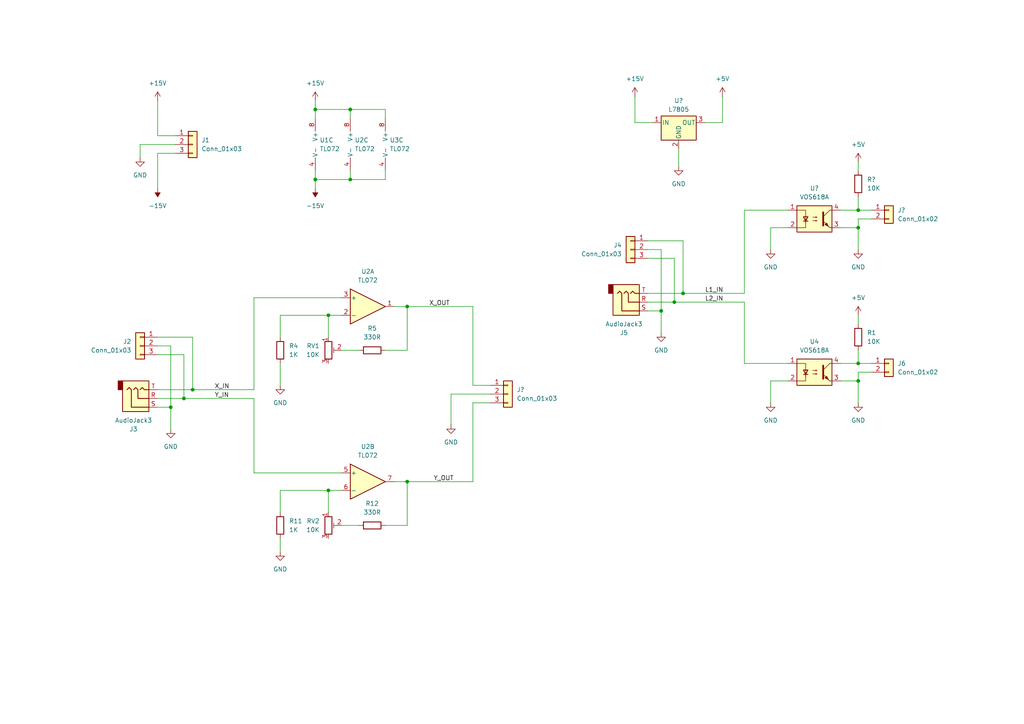
<source format=kicad_sch>
(kicad_sch (version 20250114) (generator "eeschema") (generator_version "9.0")
  (paper "A4")
  (lib_symbols
    (symbol "Amplifier_Operational:TL072" (pin_names (offset 0.127))
      (property "Reference" "U" (at 0 5.08 0))
      (property "Value" "TL072" (at 0 -5.08 0))
      (symbol "TL072_1_1"
        (polyline (pts (xy -5.08 5.08) (xy 5.08 0) (xy -5.08 -5.08) (xy -5.08 5.08)) (stroke (width 0.254)) (fill (type background)))
        (pin input line (at -7.62 2.54 0) (length 2.54) (name "+") (number "3"))
        (pin input line (at -7.62 -2.54 0) (length 2.54) (name "-") (number "2"))
        (pin output line (at 7.62 0 180) (length 2.54) (name "~") (number "1"))
      )
      (symbol "TL072_2_1"
        (polyline (pts (xy -5.08 5.08) (xy 5.08 0) (xy -5.08 -5.08) (xy -5.08 5.08)) (stroke (width 0.254)) (fill (type background)))
        (pin input line (at -7.62 2.54 0) (length 2.54) (name "+") (number "5"))
        (pin input line (at -7.62 -2.54 0) (length 2.54) (name "-") (number "6"))
        (pin output line (at 7.62 0 180) (length 2.54) (name "~") (number "7"))
      )
      (symbol "TL072_3_1"
        (pin power_in line (at -2.54 7.62 270) (length 3.81) (name "V+") (number "8"))
        (pin power_in line (at -2.54 -7.62 90) (length 3.81) (name "V-") (number "4"))
      )
    )
    (symbol "Connector_Audio:AudioJack3"
      (property "Reference" "J" (at 0 8.89 0))
      (property "Value" "AudioJack3" (at 0 6.35 0))
      (symbol "AudioJack3_0_1"
        (rectangle (start -5.08 -5.08) (end -6.35 -2.54) (stroke (width 0.254)) (fill (type outline)))
        (polyline (pts (xy -1.905 -2.54) (xy -1.27 -3.175) (xy -0.635 -2.54) (xy -0.635 0) (xy 2.54 0)) (stroke (width 0.254)))
        (polyline (pts (xy 0 -2.54) (xy 0.635 -3.175) (xy 1.27 -2.54) (xy 2.54 -2.54)) (stroke (width 0.254)))
        (rectangle (start 2.54 3.81) (end -5.08 -5.08) (stroke (width 0.254)) (fill (type background)))
        (polyline (pts (xy 2.54 2.54) (xy -2.54 2.54) (xy -2.54 -2.54) (xy -3.175 -3.175) (xy -3.81 -2.54)) (stroke (width 0.254)))
      )
      (symbol "AudioJack3_1_1"
        (pin passive line (at 5.08 2.54 180) (length 2.54) (name "~") (number "S"))
        (pin passive line (at 5.08 0 180) (length 2.54) (name "~") (number "R"))
        (pin passive line (at 5.08 -2.54 180) (length 2.54) (name "~") (number "T"))
      )
    )
    (symbol "Connector_Generic:Conn_01x02" (pin_names (offset 1.016) (hide yes))
      (property "Reference" "J" (at 0 2.54 0))
      (property "Value" "Conn_01x02" (at 0 -5.08 0))
      (symbol "Conn_01x02_1_1"
        (rectangle (start -1.27 1.27) (end 1.27 -3.81) (stroke (width 0.254)) (fill (type background)))
        (rectangle (start -1.27 0.127) (end 0 -0.127) (stroke (width 0.1524)))
        (rectangle (start -1.27 -2.413) (end 0 -2.667) (stroke (width 0.1524)))
        (pin passive line (at -5.08 0 0) (length 3.81) (name "Pin_1") (number "1"))
        (pin passive line (at -5.08 -2.54 0) (length 3.81) (name "Pin_2") (number "2"))
      )
    )
    (symbol "Connector_Generic:Conn_01x03" (pin_names (offset 1.016) (hide yes))
      (property "Reference" "J" (at 0 5.08 0))
      (property "Value" "Conn_01x03" (at 0 -5.08 0))
      (symbol "Conn_01x03_1_1"
        (rectangle (start -1.27 3.81) (end 1.27 -3.81) (stroke (width 0.254)) (fill (type background)))
        (rectangle (start -1.27 2.667) (end 0 2.413) (stroke (width 0.1524)))
        (rectangle (start -1.27 0.127) (end 0 -0.127) (stroke (width 0.1524)))
        (rectangle (start -1.27 -2.413) (end 0 -2.667) (stroke (width 0.1524)))
        (pin passive line (at -5.08 2.54 0) (length 3.81) (name "Pin_1") (number "1"))
        (pin passive line (at -5.08 0 0) (length 3.81) (name "Pin_2") (number "2"))
        (pin passive line (at -5.08 -2.54 0) (length 3.81) (name "Pin_3") (number "3"))
      )
    )
    (symbol "Device:R" (pin_numbers (hide yes)) (pin_names (offset 0))
      (property "Reference" "R" (at 2.032 0 90))
      (property "Value" "R" (at 0 0 90))
      (symbol "R_0_1"
        (rectangle (start -1.016 -2.54) (end 1.016 2.54) (stroke (width 0.254)))
      )
      (symbol "R_1_1"
        (pin passive line (at 0 3.81 270) (length 1.27) (name "~") (number "1"))
        (pin passive line (at 0 -3.81 90) (length 1.27) (name "~") (number "2"))
      )
    )
    (symbol "Device:R_Potentiometer_Trim" (pin_names (offset 1.016) (hide yes))
      (property "Reference" "RV" (at -4.445 0 90))
      (property "Value" "R_Potentiometer_Trim" (at -2.54 0 90))
      (symbol "R_Potentiometer_Trim_0_1"
        (rectangle (start 1.016 2.54) (end -1.016 -2.54) (stroke (width 0.254)))
        (polyline (pts (xy 1.524 0.762) (xy 1.524 -0.762)))
        (polyline (pts (xy 2.54 0) (xy 1.524 0)))
      )
      (symbol "R_Potentiometer_Trim_1_1"
        (pin passive line (at 0 3.81 270) (length 1.27) (name "1") (number "1"))
        (pin passive line (at 0 -3.81 90) (length 1.27) (name "3") (number "3"))
        (pin passive line (at 3.81 0 180) (length 1.27) (name "2") (number "2"))
      )
    )
    (symbol "Isolator:VOS618A" (pin_names (offset 1.016))
      (property "Reference" "U" (at -5.08 7.62 0))
      (property "Value" "VOS618A" (at -5.08 5.08 0))
      (symbol "VOS618A_0_1"
        (rectangle (start -5.08 3.81) (end 5.08 -3.81) (stroke (width 0.254)) (fill (type background)))
        (polyline (pts (xy -5.08 2.54) (xy -2.54 2.54) (xy -2.54 -1.27) (xy -2.54 0.635)))
        (polyline (pts (xy -3.175 -0.635) (xy -1.905 -0.635)) (stroke (width 0.254)))
        (polyline (pts (xy -2.54 -0.635) (xy -2.54 -2.54) (xy -5.08 -2.54)))
        (polyline (pts (xy -2.54 -0.635) (xy -3.175 0.635) (xy -1.905 0.635) (xy -2.54 -0.635)) (stroke (width 0.254)))
        (polyline (pts (xy -0.508 0.508) (xy 0.762 0.508) (xy 0.381 0.381) (xy 0.381 0.635) (xy 0.762 0.508)))
        (polyline (pts (xy -0.508 -0.508) (xy 0.762 -0.508) (xy 0.381 -0.635) (xy 0.381 -0.381) (xy 0.762 -0.508)))
        (polyline (pts (xy 2.54 1.905) (xy 2.54 -1.905) (xy 2.54 -1.905)) (stroke (width 0.508)))
        (polyline (pts (xy 2.54 0.635) (xy 4.445 2.54)))
        (polyline (pts (xy 3.048 -1.651) (xy 3.556 -1.143) (xy 4.064 -2.159) (xy 3.048 -1.651) (xy 3.048 -1.651)) (fill (type outline)))
        (polyline (pts (xy 4.445 2.54) (xy 5.08 2.54)))
        (polyline (pts (xy 4.445 -2.54) (xy 2.54 -0.635)) (fill (type outline)))
        (polyline (pts (xy 4.445 -2.54) (xy 5.08 -2.54)))
      )
      (symbol "VOS618A_1_1"
        (pin passive line (at -7.62 2.54 0) (length 2.54) (name "~") (number "1"))
        (pin passive line (at -7.62 -2.54 0) (length 2.54) (name "~") (number "2"))
        (pin passive line (at 7.62 2.54 180) (length 2.54) (name "~") (number "4"))
        (pin passive line (at 7.62 -2.54 180) (length 2.54) (name "~") (number "3"))
      )
    )
    (symbol "Regulator_Linear:L7805" (pin_names (offset 0.254))
      (property "Reference" "U" (at -3.81 3.175 0))
      (property "Value" "L7805" (at 0 3.175 0))
      (symbol "L7805_0_1"
        (rectangle (start -5.08 1.905) (end 5.08 -5.08) (stroke (width 0.254)) (fill (type background)))
      )
      (symbol "L7805_1_1"
        (pin power_in line (at -7.62 0 0) (length 2.54) (name "IN") (number "1"))
        (pin power_in line (at 0 -7.62 90) (length 2.54) (name "GND") (number "2"))
        (pin power_out line (at 7.62 0 180) (length 2.54) (name "OUT") (number "3"))
      )
    )
    (symbol "power:+15V" (power) (pin_numbers (hide yes)) (pin_names (offset 0) (hide yes))
      (property "Value" "+15V" (at 0 3.556 0))
      (symbol "+15V_0_1"
        (polyline (pts (xy -0.762 1.27) (xy 0 2.54)))
        (polyline (pts (xy 0 2.54) (xy 0.762 1.27)))
        (polyline (pts (xy 0 0) (xy 0 2.54)))
      )
      (symbol "+15V_1_1"
        (pin power_in line (at 0 0 90) (length 0) (name "~") (number "1"))
      )
    )
    (symbol "power:+5V" (power) (pin_numbers (hide yes)) (pin_names (offset 0) (hide yes))
      (property "Value" "+5V" (at 0 3.556 0))
      (symbol "+5V_0_1"
        (polyline (pts (xy -0.762 1.27) (xy 0 2.54)))
        (polyline (pts (xy 0 2.54) (xy 0.762 1.27)))
        (polyline (pts (xy 0 0) (xy 0 2.54)))
      )
      (symbol "+5V_1_1"
        (pin power_in line (at 0 0 90) (length 0) (name "~") (number "1"))
      )
    )
    (symbol "power:-15V" (power) (pin_numbers (hide yes)) (pin_names (offset 0) (hide yes))
      (property "Value" "-15V" (at 0 3.556 0))
      (symbol "-15V_0_0"
        (pin power_in line (at 0 0 90) (length 0) (name "~") (number "1"))
      )
      (symbol "-15V_0_1"
        (polyline (pts (xy 0 0) (xy 0 1.27) (xy 0.762 1.27) (xy 0 2.54) (xy -0.762 1.27) (xy 0 1.27)) (fill (type outline)))
      )
    )
    (symbol "power:GND" (power) (pin_numbers (hide yes)) (pin_names (offset 0) (hide yes))
      (property "Value" "GND" (at 0 -3.81 0))
      (symbol "GND_0_1"
        (polyline (pts (xy 0 0) (xy 0 -1.27) (xy 1.27 -1.27) (xy 0 -2.54) (xy -1.27 -1.27) (xy 0 -1.27)))
      )
      (symbol "GND_1_1"
        (pin power_in line (at 0 0 270) (length 0) (name "~") (number "1"))
      )
    )
  )
  (junction (at 248.92 110.49))
  (junction (at 53.34 115.57))
  (junction (at 248.92 105.41))
  (junction (at 101.6 52.07))
  (junction (at 55.88 113.03))
  (junction (at 198.12 85.09))
  (junction (at 118.11 88.9))
  (junction (at 91.44 52.07))
  (junction (at 95.25 91.44))
  (junction (at 91.44 31.75))
  (junction (at 248.92 60.96))
  (junction (at 248.92 66.04))
  (junction (at 95.25 142.24))
  (junction (at 101.6 31.75))
  (junction (at 191.77 90.17))
  (junction (at 195.58 87.63))
  (junction (at 118.11 139.7))
  (junction (at 49.53 118.11))
  (wire (pts (xy 114.3 88.9) (xy 118.11 88.9)))
  (wire (pts (xy 99.06 142.24) (xy 95.25 142.24)))
  (wire (pts (xy 114.3 139.7) (xy 118.11 139.7)))
  (wire (pts (xy 215.9 105.41) (xy 228.6 105.41)))
  (wire (pts (xy 49.53 118.11) (xy 49.53 124.46)))
  (wire (pts (xy 248.92 57.15) (xy 248.92 60.96)))
  (wire (pts (xy 101.6 52.07) (xy 91.44 52.07)))
  (wire (pts (xy 204.47 35.56) (xy 209.55 35.56)))
  (wire (pts (xy 91.44 49.53) (xy 91.44 52.07)))
  (wire (pts (xy 198.12 85.09) (xy 215.9 85.09)))
  (wire (pts (xy 137.16 116.84) (xy 142.24 116.84)))
  (wire (pts (xy 228.6 110.49) (xy 223.52 110.49)))
  (wire (pts (xy 198.12 69.85) (xy 198.12 85.09)))
  (wire (pts (xy 81.28 142.24) (xy 81.28 148.59)))
  (wire (pts (xy 99.06 101.6) (xy 104.14 101.6)))
  (wire (pts (xy 45.72 97.79) (xy 55.88 97.79)))
  (wire (pts (xy 137.16 111.76) (xy 142.24 111.76)))
  (wire (pts (xy 215.9 87.63) (xy 215.9 105.41)))
  (wire (pts (xy 45.72 44.45) (xy 45.72 54.61)))
  (wire (pts (xy 189.23 35.56) (xy 184.15 35.56)))
  (wire (pts (xy 101.6 31.75) (xy 111.76 31.75)))
  (wire (pts (xy 248.92 63.5) (xy 248.92 66.04)))
  (wire (pts (xy 248.92 91.44) (xy 248.92 93.98)))
  (wire (pts (xy 40.64 41.91) (xy 40.64 45.72)))
  (wire (pts (xy 142.24 114.3) (xy 130.81 114.3)))
  (wire (pts (xy 118.11 88.9) (xy 137.16 88.9)))
  (wire (pts (xy 101.6 49.53) (xy 101.6 52.07)))
  (wire (pts (xy 191.77 72.39) (xy 191.77 90.17)))
  (wire (pts (xy 196.85 43.18) (xy 196.85 48.26)))
  (wire (pts (xy 248.92 46.99) (xy 248.92 49.53)))
  (wire (pts (xy 91.44 31.75) (xy 101.6 31.75)))
  (wire (pts (xy 248.92 110.49) (xy 248.92 116.84)))
  (wire (pts (xy 137.16 139.7) (xy 137.16 116.84)))
  (wire (pts (xy 187.96 74.93) (xy 195.58 74.93)))
  (wire (pts (xy 45.72 100.33) (xy 49.53 100.33)))
  (wire (pts (xy 118.11 139.7) (xy 137.16 139.7)))
  (wire (pts (xy 243.84 66.04) (xy 248.92 66.04)))
  (wire (pts (xy 111.76 31.75) (xy 111.76 34.29)))
  (wire (pts (xy 81.28 142.24) (xy 95.25 142.24)))
  (wire (pts (xy 130.81 114.3) (xy 130.81 123.19)))
  (wire (pts (xy 118.11 139.7) (xy 118.11 152.4)))
  (wire (pts (xy 45.72 102.87) (xy 53.34 102.87)))
  (wire (pts (xy 248.92 60.96) (xy 252.73 60.96)))
  (wire (pts (xy 215.9 60.96) (xy 228.6 60.96)))
  (wire (pts (xy 45.72 29.21) (xy 45.72 39.37)))
  (wire (pts (xy 215.9 85.09) (xy 215.9 60.96)))
  (wire (pts (xy 111.76 49.53) (xy 111.76 52.07)))
  (wire (pts (xy 53.34 115.57) (xy 73.66 115.57)))
  (wire (pts (xy 45.72 118.11) (xy 49.53 118.11)))
  (wire (pts (xy 45.72 113.03) (xy 55.88 113.03)))
  (wire (pts (xy 184.15 27.94) (xy 184.15 35.56)))
  (wire (pts (xy 243.84 105.41) (xy 248.92 105.41)))
  (wire (pts (xy 55.88 113.03) (xy 73.66 113.03)))
  (wire (pts (xy 252.73 63.5) (xy 248.92 63.5)))
  (wire (pts (xy 99.06 152.4) (xy 104.14 152.4)))
  (wire (pts (xy 118.11 152.4) (xy 111.76 152.4)))
  (wire (pts (xy 228.6 66.04) (xy 223.52 66.04)))
  (wire (pts (xy 137.16 88.9) (xy 137.16 111.76)))
  (wire (pts (xy 81.28 105.41) (xy 81.28 111.76)))
  (wire (pts (xy 49.53 100.33) (xy 49.53 118.11)))
  (wire (pts (xy 243.84 60.96) (xy 248.92 60.96)))
  (wire (pts (xy 195.58 74.93) (xy 195.58 87.63)))
  (wire (pts (xy 81.28 91.44) (xy 81.28 97.79)))
  (wire (pts (xy 50.8 41.91) (xy 40.64 41.91)))
  (wire (pts (xy 55.88 97.79) (xy 55.88 113.03)))
  (wire (pts (xy 91.44 29.21) (xy 91.44 31.75)))
  (wire (pts (xy 187.96 72.39) (xy 191.77 72.39)))
  (wire (pts (xy 243.84 110.49) (xy 248.92 110.49)))
  (wire (pts (xy 73.66 86.36) (xy 99.06 86.36)))
  (wire (pts (xy 101.6 31.75) (xy 101.6 34.29)))
  (wire (pts (xy 118.11 88.9) (xy 118.11 101.6)))
  (wire (pts (xy 223.52 110.49) (xy 223.52 116.84)))
  (wire (pts (xy 81.28 91.44) (xy 95.25 91.44)))
  (wire (pts (xy 73.66 113.03) (xy 73.66 86.36)))
  (wire (pts (xy 50.8 44.45) (xy 45.72 44.45)))
  (wire (pts (xy 187.96 87.63) (xy 195.58 87.63)))
  (wire (pts (xy 187.96 90.17) (xy 191.77 90.17)))
  (wire (pts (xy 45.72 115.57) (xy 53.34 115.57)))
  (wire (pts (xy 252.73 107.95) (xy 248.92 107.95)))
  (wire (pts (xy 187.96 69.85) (xy 198.12 69.85)))
  (wire (pts (xy 248.92 66.04) (xy 248.92 72.39)))
  (wire (pts (xy 195.58 87.63) (xy 215.9 87.63)))
  (wire (pts (xy 99.06 91.44) (xy 95.25 91.44)))
  (wire (pts (xy 95.25 91.44) (xy 95.25 97.79)))
  (wire (pts (xy 223.52 66.04) (xy 223.52 72.39)))
  (wire (pts (xy 95.25 142.24) (xy 95.25 148.59)))
  (wire (pts (xy 209.55 27.94) (xy 209.55 35.56)))
  (wire (pts (xy 191.77 90.17) (xy 191.77 96.52)))
  (wire (pts (xy 118.11 101.6) (xy 111.76 101.6)))
  (wire (pts (xy 248.92 105.41) (xy 252.73 105.41)))
  (wire (pts (xy 91.44 31.75) (xy 91.44 34.29)))
  (wire (pts (xy 248.92 101.6) (xy 248.92 105.41)))
  (wire (pts (xy 91.44 52.07) (xy 91.44 54.61)))
  (wire (pts (xy 248.92 107.95) (xy 248.92 110.49)))
  (wire (pts (xy 53.34 102.87) (xy 53.34 115.57)))
  (wire (pts (xy 81.28 156.21) (xy 81.28 160.02)))
  (wire (pts (xy 73.66 137.16) (xy 99.06 137.16)))
  (wire (pts (xy 45.72 39.37) (xy 50.8 39.37)))
  (wire (pts (xy 73.66 115.57) (xy 73.66 137.16)))
  (wire (pts (xy 187.96 85.09) (xy 198.12 85.09)))
  (wire (pts (xy 111.76 52.07) (xy 101.6 52.07)))
  (label "Y_OUT" (at 125.73 139.7 0))
  (label "X_OUT" (at 124.46 88.9 0))
  (label "Y_IN" (at 62.23 115.57 0))
  (label "X_IN" (at 62.23 113.03 0))
  (label "L2_IN" (at 204.47 87.63 0))
  (label "L1_IN" (at 204.47 85.09 0))
  (symbol (lib_id "Connector_Generic:Conn_01x03") (at 40.64 100.33 0) (mirror y) (unit 1)
    (property "Reference" "J2" (at 38.1 99.0599 0) (effects (justify left)))
    (property "Value" "Conn_01x03" (at 38.1 101.5999 0) (effects (justify left)))
    (property "Description" "Generic connector, single row, 01x03, script generated (kicad-library-utils/schlib/autogen/connector/)" (effects (hide yes)))
  )
  (symbol (lib_id "Connector_Audio:AudioJack3") (at 40.64 115.57 0) (mirror x) (unit 1)
    (property "Reference" "J3" (at 38.735 124.46 0))
    (property "Value" "AudioJack3" (at 38.735 121.92 0))
    (property "Description" "Audio Jack, 3 Poles (Stereo / TRS)" (effects (hide yes)))
  )
  (symbol (lib_id "power:GND") (at 49.53 124.46 0) (unit 1)
    (property "Reference" "#PWR09" (effects (hide yes)))
    (property "Value" "GND" (at 49.53 129.54 0))
    (property "Description" "Power symbol creates a global label with name \"GND\" , ground" (effects (hide yes)))
  )
  (symbol (lib_id "power:+15V") (at 184.15 27.94 0) (unit 1)
    (property "Reference" "#PWR019" (effects (hide yes)))
    (property "Value" "+15V" (at 184.15 22.86 0))
    (property "Description" "Power symbol creates a global label with name \"+15V\"" (effects (hide yes)))
  )
  (symbol (lib_id "Device:R") (at 248.92 97.79 0) (unit 1)
    (property "Reference" "R1" (at 251.46 96.5199 0) (effects (justify left)))
    (property "Value" "10K" (at 251.46 99.0599 0) (effects (justify left)))
    (property "Description" "Resistor" (effects (hide yes)))
  )
  (symbol (lib_id "power:GND") (at 130.81 123.19 0) (unit 1)
    (property "Reference" "#PWR011" (effects (hide yes)))
    (property "Value" "GND" (at 130.81 128.27 0))
    (property "Description" "Power symbol creates a global label with name \"GND\" , ground" (effects (hide yes)))
  )
  (symbol (lib_id "power:GND") (at 248.92 72.39 0) (unit 1)
    (property "Reference" "#PWR014" (effects (hide yes)))
    (property "Value" "GND" (at 248.92 77.47 0))
    (property "Description" "Power symbol creates a global label with name \"GND\" , ground" (effects (hide yes)))
  )
  (symbol (lib_id "Isolator:VOS618A") (at 236.22 63.5 0) (unit 1)
    (property "Reference" "U?" (at 236.22 54.61 0))
    (property "Value" "VOS618A" (at 236.22 57.15 0))
    (property "Footprint" "Package_SO:SSOP-4_4.4x2.6mm_P1.27mm" (effects (hide yes)))
    (property "Datasheet" "https://www.vishay.com/docs/83465/vos618a.pdf" (effects (hide yes)))
    (property "Description" "Optocoupler, Phototransistor Output, Low Input Current, SSOP-4" (effects (hide yes)))
  )
  (symbol (lib_id "power:-15V") (at 45.72 54.61 0) (mirror x) (unit 1)
    (property "Reference" "#PWR04" (effects (hide yes)))
    (property "Value" "-15V" (at 45.72 59.69 0))
    (property "Description" "Power symbol creates a global label with name \"-15V\"" (effects (hide yes)))
  )
  (symbol (lib_id "power:GND") (at 196.85 48.26 0) (unit 1)
    (property "Reference" "#PWR017" (effects (hide yes)))
    (property "Value" "GND" (at 196.85 53.34 0))
    (property "Description" "Power symbol creates a global label with name \"GND\" , ground" (effects (hide yes)))
  )
  (symbol (lib_id "Device:R") (at 248.92 53.34 0) (unit 1)
    (property "Reference" "R?" (at 251.46 52.0699 0) (effects (justify left)))
    (property "Value" "10K" (at 251.46 54.6099 0) (effects (justify left)))
    (property "Description" "Resistor" (effects (hide yes)))
  )
  (symbol (lib_id "power:GND") (at 223.52 116.84 0) (unit 1)
    (property "Reference" "#PWR013" (effects (hide yes)))
    (property "Value" "GND" (at 223.52 121.92 0))
    (property "Description" "Power symbol creates a global label with name \"GND\" , ground" (effects (hide yes)))
  )
  (symbol (lib_id "Regulator_Linear:L7805") (at 196.85 35.56 0) (unit 1)
    (property "Reference" "U?" (at 196.85 29.21 0))
    (property "Value" "L7805" (at 196.85 31.75 0))
    (property "Datasheet" "http://www.st.com/content/ccc/resource/technical/document/datasheet/41/4f/b3/b0/12/d4/47/88/CD00000444.pdf/files/CD00000444.pdf/jcr:content/translations/en.CD00000444.pdf" (effects (hide yes)))
    (property "Description" "Positive 1.5A 35V Linear Regulator, Fixed Output 5V, TO-220/TO-263/TO-252" (effects (hide yes)))
  )
  (symbol (lib_id "power:+15V") (at 91.44 29.21 0) (unit 1)
    (property "Reference" "#PWR02" (effects (hide yes)))
    (property "Value" "+15V" (at 91.44 24.13 0))
    (property "Description" "Power symbol creates a global label with name \"+15V\"" (effects (hide yes)))
  )
  (symbol (lib_id "Device:R") (at 81.28 101.6 0) (unit 1)
    (property "Reference" "R4" (at 83.82 100.3299 0) (effects (justify left)))
    (property "Value" "1K" (at 83.82 102.8699 0) (effects (justify left)))
    (property "Description" "Resistor" (effects (hide yes)))
  )
  (symbol (lib_id "Connector_Generic:Conn_01x02") (at 257.81 60.96 0) (unit 1)
    (property "Reference" "J?" (at 260.35 60.9599 0) (effects (justify left)))
    (property "Value" "Conn_01x02" (at 260.35 63.4999 0) (effects (justify left)))
    (property "Description" "Generic connector, single row, 01x02, script generated (kicad-library-utils/schlib/autogen/connector/)" (effects (hide yes)))
  )
  (symbol (lib_id "Connector_Audio:AudioJack3") (at 182.88 87.63 0) (mirror x) (unit 1)
    (property "Reference" "J5" (at 180.975 96.52 0))
    (property "Value" "AudioJack3" (at 180.975 93.98 0))
    (property "Description" "Audio Jack, 3 Poles (Stereo / TRS)" (effects (hide yes)))
  )
  (symbol (lib_id "power:+15V") (at 45.72 29.21 0) (unit 1)
    (property "Reference" "#PWR01" (effects (hide yes)))
    (property "Value" "+15V" (at 45.72 24.13 0))
    (property "Description" "Power symbol creates a global label with name \"+15V\"" (effects (hide yes)))
  )
  (symbol (lib_id "Amplifier_Operational:TL072") (at 106.68 139.7 0) (unit 2)
    (property "Reference" "U2" (at 106.68 129.54 0))
    (property "Value" "TL072" (at 106.68 132.08 0))
    (property "Datasheet" "http://www.ti.com/lit/ds/symlink/tl071.pdf" (effects (hide yes)))
    (property "Description" "Dual Low-Noise JFET-Input Operational Amplifiers, DIP-8/SOIC-8" (effects (hide yes)))
  )
  (symbol (lib_id "Connector_Generic:Conn_01x02") (at 257.81 105.41 0) (unit 1)
    (property "Reference" "J6" (at 260.35 105.4099 0) (effects (justify left)))
    (property "Value" "Conn_01x02" (at 260.35 107.9499 0) (effects (justify left)))
    (property "Description" "Generic connector, single row, 01x02, script generated (kicad-library-utils/schlib/autogen/connector/)" (effects (hide yes)))
  )
  (symbol (lib_id "Device:R") (at 81.28 152.4 0) (unit 1)
    (property "Reference" "R11" (at 83.82 151.1299 0) (effects (justify left)))
    (property "Value" "1K" (at 83.82 153.6699 0) (effects (justify left)))
    (property "Description" "Resistor" (effects (hide yes)))
  )
  (symbol (lib_id "Connector_Generic:Conn_01x03") (at 55.88 41.91 0) (unit 1)
    (property "Reference" "J1" (at 58.42 40.6399 0) (effects (justify left)))
    (property "Value" "Conn_01x03" (at 58.42 43.1799 0) (effects (justify left)))
    (property "Description" "Generic connector, single row, 01x03, script generated (kicad-library-utils/schlib/autogen/connector/)" (effects (hide yes)))
  )
  (symbol (lib_id "power:GND") (at 248.92 116.84 0) (unit 1)
    (property "Reference" "#PWR016" (effects (hide yes)))
    (property "Value" "GND" (at 248.92 121.92 0))
    (property "Description" "Power symbol creates a global label with name \"GND\" , ground" (effects (hide yes)))
  )
  (symbol (lib_id "power:GND") (at 81.28 160.02 0) (unit 1)
    (property "Reference" "#PWR010" (effects (hide yes)))
    (property "Value" "GND" (at 81.28 165.1 0))
    (property "Description" "Power symbol creates a global label with name \"GND\" , ground" (effects (hide yes)))
  )
  (symbol (lib_id "Connector_Generic:Conn_01x03") (at 182.88 72.39 0) (mirror y) (unit 1)
    (property "Reference" "J4" (at 180.34 71.1199 0) (effects (justify left)))
    (property "Value" "Conn_01x03" (at 180.34 73.6599 0) (effects (justify left)))
    (property "Description" "Generic connector, single row, 01x03, script generated (kicad-library-utils/schlib/autogen/connector/)" (effects (hide yes)))
  )
  (symbol (lib_id "power:+5V") (at 248.92 46.99 0) (unit 1)
    (property "Reference" "#PWR07" (effects (hide yes)))
    (property "Value" "+5V" (at 248.92 41.91 0))
    (property "Description" "Power symbol creates a global label with name \"+5V\"" (effects (hide yes)))
  )
  (symbol (lib_id "power:GND") (at 81.28 111.76 0) (unit 1)
    (property "Reference" "#PWR06" (effects (hide yes)))
    (property "Value" "GND" (at 81.28 116.84 0))
    (property "Description" "Power symbol creates a global label with name \"GND\" , ground" (effects (hide yes)))
  )
  (symbol (lib_id "power:GND") (at 223.52 72.39 0) (unit 1)
    (property "Reference" "#PWR08" (effects (hide yes)))
    (property "Value" "GND" (at 223.52 77.47 0))
    (property "Description" "Power symbol creates a global label with name \"GND\" , ground" (effects (hide yes)))
  )
  (symbol (lib_id "Device:R") (at 107.95 152.4 90) (unit 1)
    (property "Reference" "R12" (at 107.95 146.05 90))
    (property "Value" "330R" (at 107.95 148.59 90))
    (property "Description" "Resistor" (effects (hide yes)))
  )
  (symbol (lib_id "Amplifier_Operational:TL072") (at 106.68 88.9 0) (unit 1)
    (property "Reference" "U2" (at 106.68 78.74 0))
    (property "Value" "TL072" (at 106.68 81.28 0))
    (property "Datasheet" "http://www.ti.com/lit/ds/symlink/tl071.pdf" (effects (hide yes)))
    (property "Description" "Dual Low-Noise JFET-Input Operational Amplifiers, DIP-8/SOIC-8" (effects (hide yes)))
  )
  (symbol (lib_id "Device:R_Potentiometer_Trim") (at 95.25 101.6 0) (unit 1)
    (property "Reference" "RV1" (at 92.71 100.3299 0) (effects (justify right)))
    (property "Value" "10K" (at 92.71 102.8699 0) (effects (justify right)))
    (property "Description" "Trim-potentiometer" (effects (hide yes)))
  )
  (symbol (lib_id "Amplifier_Operational:TL072") (at 114.3 41.91 0) (unit 3)
    (property "Reference" "U3" (at 113.03 40.6399 0) (effects (justify left)))
    (property "Value" "TL072" (at 113.03 43.1799 0) (effects (justify left)))
    (property "Datasheet" "http://www.ti.com/lit/ds/symlink/tl071.pdf" (effects (hide yes)))
    (property "Description" "Dual Low-Noise JFET-Input Operational Amplifiers, DIP-8/SOIC-8" (effects (hide yes)))
  )
  (symbol (lib_id "Device:R_Potentiometer_Trim") (at 95.25 152.4 0) (unit 1)
    (property "Reference" "RV2" (at 92.71 151.1299 0) (effects (justify right)))
    (property "Value" "10K" (at 92.71 153.6699 0) (effects (justify right)))
    (property "Description" "Trim-potentiometer" (effects (hide yes)))
  )
  (symbol (lib_id "Connector_Generic:Conn_01x03") (at 147.32 114.3 0) (unit 1)
    (property "Reference" "J?" (at 149.86 113.0299 0) (effects (justify left)))
    (property "Value" "Conn_01x03" (at 149.86 115.5699 0) (effects (justify left)))
    (property "Description" "Generic connector, single row, 01x03, script generated (kicad-library-utils/schlib/autogen/connector/)" (effects (hide yes)))
  )
  (symbol (lib_id "Isolator:VOS618A") (at 236.22 107.95 0) (unit 1)
    (property "Reference" "U4" (at 236.22 99.06 0))
    (property "Value" "VOS618A" (at 236.22 101.6 0))
    (property "Footprint" "Package_SO:SSOP-4_4.4x2.6mm_P1.27mm" (effects (hide yes)))
    (property "Datasheet" "https://www.vishay.com/docs/83465/vos618a.pdf" (effects (hide yes)))
    (property "Description" "Optocoupler, Phototransistor Output, Low Input Current, SSOP-4" (effects (hide yes)))
  )
  (symbol (lib_id "Amplifier_Operational:TL072") (at 104.14 41.91 0) (unit 3)
    (property "Reference" "U2" (at 102.87 40.6399 0) (effects (justify left)))
    (property "Value" "TL072" (at 102.87 43.1799 0) (effects (justify left)))
    (property "Datasheet" "http://www.ti.com/lit/ds/symlink/tl071.pdf" (effects (hide yes)))
    (property "Description" "Dual Low-Noise JFET-Input Operational Amplifiers, DIP-8/SOIC-8" (effects (hide yes)))
  )
  (symbol (lib_id "power:GND") (at 40.64 45.72 0) (unit 1)
    (property "Reference" "#PWR03" (effects (hide yes)))
    (property "Value" "GND" (at 40.64 50.8 0))
    (property "Description" "Power symbol creates a global label with name \"GND\" , ground" (effects (hide yes)))
  )
  (symbol (lib_id "power:GND") (at 191.77 96.52 0) (unit 1)
    (property "Reference" "#PWR012" (effects (hide yes)))
    (property "Value" "GND" (at 191.77 101.6 0))
    (property "Description" "Power symbol creates a global label with name \"GND\" , ground" (effects (hide yes)))
  )
  (symbol (lib_id "power:+5V") (at 248.92 91.44 0) (unit 1)
    (property "Reference" "#PWR015" (effects (hide yes)))
    (property "Value" "+5V" (at 248.92 86.36 0))
    (property "Description" "Power symbol creates a global label with name \"+5V\"" (effects (hide yes)))
  )
  (symbol (lib_id "Amplifier_Operational:TL072") (at 93.98 41.91 0) (unit 3)
    (property "Reference" "U1" (at 92.71 40.6399 0) (effects (justify left)))
    (property "Value" "TL072" (at 92.71 43.1799 0) (effects (justify left)))
    (property "Datasheet" "http://www.ti.com/lit/ds/symlink/tl071.pdf" (effects (hide yes)))
    (property "Description" "Dual Low-Noise JFET-Input Operational Amplifiers, DIP-8/SOIC-8" (effects (hide yes)))
  )
  (symbol (lib_id "power:-15V") (at 91.44 54.61 0) (mirror x) (unit 1)
    (property "Reference" "#PWR05" (effects (hide yes)))
    (property "Value" "-15V" (at 91.44 59.69 0))
    (property "Description" "Power symbol creates a global label with name \"-15V\"" (effects (hide yes)))
  )
  (symbol (lib_id "power:+5V") (at 209.55 27.94 0) (unit 1)
    (property "Reference" "#PWR018" (effects (hide yes)))
    (property "Value" "+5V" (at 209.55 22.86 0))
    (property "Description" "Power symbol creates a global label with name \"+5V\"" (effects (hide yes)))
  )
  (symbol (lib_id "Device:R") (at 107.95 101.6 90) (unit 1)
    (property "Reference" "R5" (at 107.95 95.25 90))
    (property "Value" "330R" (at 107.95 97.79 90))
    (property "Description" "Resistor" (effects (hide yes)))
  )
)
</source>
